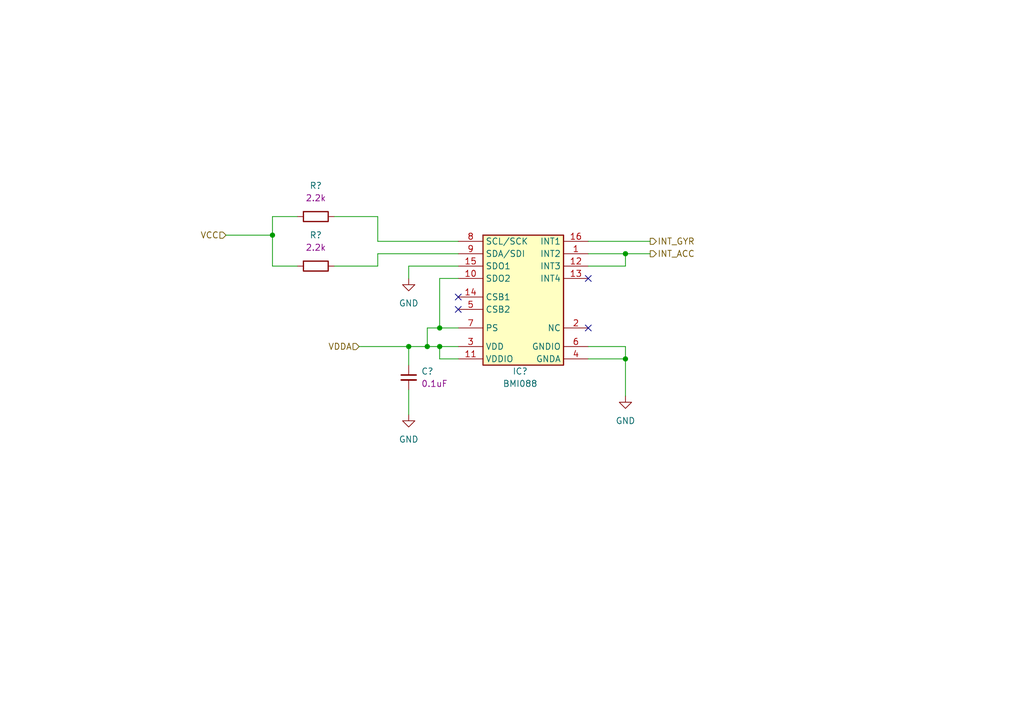
<source format=kicad_sch>
(kicad_sch (version 20230121) (generator eeschema)

  (uuid 9f9bc92e-cf53-4f53-908e-5e5e32dd6b29)

  (paper "A5")

  (title_block
    (title "Inertial measurement unit")
  )

  (lib_symbols
    (symbol "PCM_4ms_Capacitor:100nF_0603_16V" (pin_numbers hide) (pin_names (offset 0.254) hide) (in_bom yes) (on_board yes)
      (property "Reference" "C" (at 1.905 1.27 0)
        (effects (font (size 1.27 1.27)) (justify left))
      )
      (property "Value" "100nF_0603_16V" (at 0 3.81 0)
        (effects (font (size 1.27 1.27)) hide)
      )
      (property "Footprint" "4ms_Capacitor:C_0603" (at -2.54 -5.08 0)
        (effects (font (size 1.27 1.27)) (justify left) hide)
      )
      (property "Datasheet" "" (at 0 0 0)
        (effects (font (size 1.27 1.27)) hide)
      )
      (property "Specifications" "0.1uF, Min. 16V 10%, X7R or X5R or similar" (at -2.54 -7.874 0)
        (effects (font (size 1.27 1.27)) (justify left) hide)
      )
      (property "Manufacturer" "AVX Corporation" (at -2.54 -9.398 0)
        (effects (font (size 1.27 1.27)) (justify left) hide)
      )
      (property "Part Number" "0603YC104KAT2A" (at -2.54 -10.922 0)
        (effects (font (size 1.27 1.27)) (justify left) hide)
      )
      (property "Display" "0.1uF" (at 1.905 -1.27 0)
        (effects (font (size 1.27 1.27)) (justify left))
      )
      (property "JLCPCB ID" "C14663" (at 1.27 -12.7 0)
        (effects (font (size 1.27 1.27)) hide)
      )
      (property "ki_keywords" "100nF_0603_16V" (at 0 0 0)
        (effects (font (size 1.27 1.27)) hide)
      )
      (property "ki_description" "0.1uF, Min. 16V 10%, X7R or X5R or similar" (at 0 0 0)
        (effects (font (size 1.27 1.27)) hide)
      )
      (property "ki_fp_filters" "C_*" (at 0 0 0)
        (effects (font (size 1.27 1.27)) hide)
      )
      (symbol "100nF_0603_16V_0_1"
        (polyline
          (pts
            (xy -1.524 -0.508)
            (xy 1.524 -0.508)
          )
          (stroke (width 0.3302) (type default))
          (fill (type none))
        )
        (polyline
          (pts
            (xy -1.524 0.508)
            (xy 1.524 0.508)
          )
          (stroke (width 0.3048) (type default))
          (fill (type none))
        )
      )
      (symbol "100nF_0603_16V_1_1"
        (pin passive line (at 0 2.54 270) (length 2.032)
          (name "~" (effects (font (size 1.27 1.27))))
          (number "1" (effects (font (size 1.27 1.27))))
        )
        (pin passive line (at 0 -2.54 90) (length 2.032)
          (name "~" (effects (font (size 1.27 1.27))))
          (number "2" (effects (font (size 1.27 1.27))))
        )
      )
    )
    (symbol "PCM_4ms_Power-symbol:GND" (power) (pin_names (offset 0)) (in_bom yes) (on_board yes)
      (property "Reference" "#PWR" (at 0 -6.35 0)
        (effects (font (size 1.27 1.27)) hide)
      )
      (property "Value" "GND" (at 0 -3.81 0)
        (effects (font (size 1.27 1.27)))
      )
      (property "Footprint" "" (at 0 0 0)
        (effects (font (size 1.27 1.27)) hide)
      )
      (property "Datasheet" "" (at 0 0 0)
        (effects (font (size 1.27 1.27)) hide)
      )
      (symbol "GND_0_1"
        (polyline
          (pts
            (xy 0 0)
            (xy 0 -1.27)
            (xy 1.27 -1.27)
            (xy 0 -2.54)
            (xy -1.27 -1.27)
            (xy 0 -1.27)
          )
          (stroke (width 0) (type default))
          (fill (type none))
        )
      )
      (symbol "GND_1_1"
        (pin power_in line (at 0 0 270) (length 0) hide
          (name "GND" (effects (font (size 1.27 1.27))))
          (number "1" (effects (font (size 1.27 1.27))))
        )
      )
    )
    (symbol "PCM_4ms_Resistor:2.2k_0603" (pin_numbers hide) (pin_names (offset 0)) (in_bom yes) (on_board yes)
      (property "Reference" "R" (at 2.032 0 90)
        (effects (font (size 1.27 1.27)))
      )
      (property "Value" "2.2k_0603" (at -2.54 0 90)
        (effects (font (size 1.27 1.27)) hide)
      )
      (property "Footprint" "4ms_Resistor:R_0603" (at -2.54 -12.7 0)
        (effects (font (size 1.27 1.27)) (justify left) hide)
      )
      (property "Datasheet" "" (at 0 0 0)
        (effects (font (size 1.27 1.27)) hide)
      )
      (property "Specifications" "2.2k, 1%, 1/10W, 0603" (at -2.54 -7.874 0)
        (effects (font (size 1.27 1.27)) (justify left) hide)
      )
      (property "Manufacturer" "Yageo" (at -2.54 -9.398 0)
        (effects (font (size 1.27 1.27)) (justify left) hide)
      )
      (property "Part Number" "RC0603FR-072K2L" (at -2.54 -10.922 0)
        (effects (font (size 1.27 1.27)) (justify left) hide)
      )
      (property "Display" "2.2k" (at 3.81 0 90)
        (effects (font (size 1.27 1.27)))
      )
      (property "JLCPCB ID" "C4190" (at 0 -13.97 0)
        (effects (font (size 1.27 1.27)) hide)
      )
      (property "ki_keywords" "2.2k_0603" (at 0 0 0)
        (effects (font (size 1.27 1.27)) hide)
      )
      (property "ki_description" "2.2k, 1%, 1/10W, 0603" (at 0 0 0)
        (effects (font (size 1.27 1.27)) hide)
      )
      (property "ki_fp_filters" "R_* R_*" (at 0 0 0)
        (effects (font (size 1.27 1.27)) hide)
      )
      (symbol "2.2k_0603_0_1"
        (rectangle (start -1.016 -2.54) (end 1.016 2.54)
          (stroke (width 0.254) (type default))
          (fill (type none))
        )
      )
      (symbol "2.2k_0603_1_1"
        (pin passive line (at 0 3.81 270) (length 1.27)
          (name "~" (effects (font (size 1.27 1.27))))
          (number "1" (effects (font (size 1.27 1.27))))
        )
        (pin passive line (at 0 -3.81 90) (length 1.27)
          (name "~" (effects (font (size 1.27 1.27))))
          (number "2" (effects (font (size 1.27 1.27))))
        )
      )
    )
    (symbol "SamacSys_Parts:BMI088" (in_bom yes) (on_board yes)
      (property "Reference" "IC1" (at 8.89 -16.51 0)
        (effects (font (size 1.27 1.27)))
      )
      (property "Value" "BMI088" (at 8.89 -19.05 0)
        (effects (font (size 1.27 1.27)))
      )
      (property "Footprint" "BMI088" (at 31.75 -84.76 0)
        (effects (font (size 1.27 1.27)) (justify left top) hide)
      )
      (property "Datasheet" "https://datasheet.datasheetarchive.com/originals/distributors/Datasheets_SAMA/994c3bf88e91a9e9fead6a819d348e4d.pdf" (at 31.75 -184.76 0)
        (effects (font (size 1.27 1.27)) (justify left top) hide)
      )
      (property "Height" "1.45" (at 31.75 -384.76 0)
        (effects (font (size 1.27 1.27)) (justify left top) hide)
      )
      (property "Mouser Part Number" "262-BMI088" (at 31.75 -484.76 0)
        (effects (font (size 1.27 1.27)) (justify left top) hide)
      )
      (property "Mouser Price/Stock" "https://www.mouser.co.uk/ProductDetail/Bosch-Sensortec/BMI088?qs=f9yNj16SXrIMFspTV6RB6Q%3D%3D" (at 31.75 -584.76 0)
        (effects (font (size 1.27 1.27)) (justify left top) hide)
      )
      (property "Manufacturer_Name" "BOSCH" (at 31.75 -684.76 0)
        (effects (font (size 1.27 1.27)) (justify left top) hide)
      )
      (property "Manufacturer_Part_Number" "BMI088" (at 31.75 -784.76 0)
        (effects (font (size 1.27 1.27)) (justify left top) hide)
      )
      (property "ki_description" "Inertial Measurement Unit Digital Output 2.5V/3.3V Automotive" (at 0 0 0)
        (effects (font (size 1.27 1.27)) hide)
      )
      (symbol "BMI088_1_1"
        (rectangle (start 1.27 11.43) (end 17.78 -15.24)
          (stroke (width 0.254) (type default))
          (fill (type background))
        )
        (pin passive line (at 22.86 7.62 180) (length 5.08)
          (name "INT2" (effects (font (size 1.27 1.27))))
          (number "1" (effects (font (size 1.27 1.27))))
        )
        (pin passive line (at -3.81 2.54 0) (length 5.08)
          (name "SDO2" (effects (font (size 1.27 1.27))))
          (number "10" (effects (font (size 1.27 1.27))))
        )
        (pin passive line (at -3.81 -13.97 0) (length 5.08)
          (name "VDDIO" (effects (font (size 1.27 1.27))))
          (number "11" (effects (font (size 1.27 1.27))))
        )
        (pin passive line (at 22.86 5.08 180) (length 5.08)
          (name "INT3" (effects (font (size 1.27 1.27))))
          (number "12" (effects (font (size 1.27 1.27))))
        )
        (pin passive line (at 22.86 2.54 180) (length 5.08)
          (name "INT4" (effects (font (size 1.27 1.27))))
          (number "13" (effects (font (size 1.27 1.27))))
        )
        (pin passive line (at -3.81 -1.27 0) (length 5.08)
          (name "CSB1" (effects (font (size 1.27 1.27))))
          (number "14" (effects (font (size 1.27 1.27))))
        )
        (pin passive line (at -3.81 5.08 0) (length 5.08)
          (name "SDO1" (effects (font (size 1.27 1.27))))
          (number "15" (effects (font (size 1.27 1.27))))
        )
        (pin passive line (at 22.86 10.16 180) (length 5.08)
          (name "INT1" (effects (font (size 1.27 1.27))))
          (number "16" (effects (font (size 1.27 1.27))))
        )
        (pin passive line (at 22.86 -7.62 180) (length 5.08)
          (name "NC" (effects (font (size 1.27 1.27))))
          (number "2" (effects (font (size 1.27 1.27))))
        )
        (pin passive line (at -3.81 -11.43 0) (length 5.08)
          (name "VDD" (effects (font (size 1.27 1.27))))
          (number "3" (effects (font (size 1.27 1.27))))
        )
        (pin passive line (at 22.86 -13.97 180) (length 5.08)
          (name "GNDA" (effects (font (size 1.27 1.27))))
          (number "4" (effects (font (size 1.27 1.27))))
        )
        (pin passive line (at -3.81 -3.81 0) (length 5.08)
          (name "CSB2" (effects (font (size 1.27 1.27))))
          (number "5" (effects (font (size 1.27 1.27))))
        )
        (pin passive line (at 22.86 -11.43 180) (length 5.08)
          (name "GNDIO" (effects (font (size 1.27 1.27))))
          (number "6" (effects (font (size 1.27 1.27))))
        )
        (pin passive line (at -3.81 -7.62 0) (length 5.08)
          (name "PS" (effects (font (size 1.27 1.27))))
          (number "7" (effects (font (size 1.27 1.27))))
        )
        (pin passive line (at -3.81 10.16 0) (length 5.08)
          (name "SCL/SCK" (effects (font (size 1.27 1.27))))
          (number "8" (effects (font (size 1.27 1.27))))
        )
        (pin passive line (at -3.81 7.62 0) (length 5.08)
          (name "SDA/SDI" (effects (font (size 1.27 1.27))))
          (number "9" (effects (font (size 1.27 1.27))))
        )
      )
    )
  )

  (junction (at 128.27 52.07) (diameter 0) (color 0 0 0 0)
    (uuid 3b69434f-87e6-48ea-9921-0ea9eaee455e)
  )
  (junction (at 90.17 67.31) (diameter 0) (color 0 0 0 0)
    (uuid 3e2e8725-5ddc-4917-9baf-17c5026bdcfd)
  )
  (junction (at 83.82 71.12) (diameter 0) (color 0 0 0 0)
    (uuid 641568c3-b374-4c98-af01-ac5def34f9c5)
  )
  (junction (at 55.88 48.26) (diameter 0) (color 0 0 0 0)
    (uuid 64e7e3a4-7a97-4fab-bde2-929368a634f7)
  )
  (junction (at 90.17 71.12) (diameter 0) (color 0 0 0 0)
    (uuid b0a03069-616f-4cc4-8f2e-54d6fd80f739)
  )
  (junction (at 87.63 71.12) (diameter 0) (color 0 0 0 0)
    (uuid d3d12971-7ba7-437f-b453-d848b35f35e7)
  )
  (junction (at 128.27 73.66) (diameter 0) (color 0 0 0 0)
    (uuid e6a4904e-f8e1-4a8c-95c7-131067070d42)
  )

  (no_connect (at 120.65 67.31) (uuid 10288206-6be2-4090-8e54-5a35897f08ed))
  (no_connect (at 93.98 63.5) (uuid 224e7f08-42fc-4164-9727-d14abb5708cb))
  (no_connect (at 93.98 60.96) (uuid 5dd1a6d9-6cb1-44fd-8ad3-63c2487c0c01))
  (no_connect (at 120.65 57.15) (uuid a5ed9391-e55d-4797-a498-0cbd63a1ea61))

  (wire (pts (xy 128.27 54.61) (xy 128.27 52.07))
    (stroke (width 0) (type default))
    (uuid 0a6ed8a6-d7ca-4146-9e0d-82cd35c5c050)
  )
  (wire (pts (xy 83.82 54.61) (xy 93.98 54.61))
    (stroke (width 0) (type default))
    (uuid 0e8dc0d6-1621-4ed4-a449-09010e7ffa72)
  )
  (wire (pts (xy 90.17 73.66) (xy 93.98 73.66))
    (stroke (width 0) (type default))
    (uuid 124ed743-4a9b-4710-8627-49b7ba7f7753)
  )
  (wire (pts (xy 55.88 54.61) (xy 60.96 54.61))
    (stroke (width 0) (type default))
    (uuid 189bc46b-9009-4b37-bbdc-b175c63d5e45)
  )
  (wire (pts (xy 83.82 80.01) (xy 83.82 85.09))
    (stroke (width 0) (type default))
    (uuid 1e3b9600-cb4a-482b-94d1-bc725ec21bfd)
  )
  (wire (pts (xy 90.17 71.12) (xy 90.17 73.66))
    (stroke (width 0) (type default))
    (uuid 1f650b09-a656-4e38-aea3-e9e7660ec520)
  )
  (wire (pts (xy 128.27 73.66) (xy 128.27 81.28))
    (stroke (width 0) (type default))
    (uuid 24143667-315c-418c-b665-2df0880a3de3)
  )
  (wire (pts (xy 90.17 57.15) (xy 93.98 57.15))
    (stroke (width 0) (type default))
    (uuid 24b6f77d-3527-4757-a9ec-b33aecfeb232)
  )
  (wire (pts (xy 77.47 52.07) (xy 93.98 52.07))
    (stroke (width 0) (type default))
    (uuid 2a85bbed-8691-463a-b834-289647547e6c)
  )
  (wire (pts (xy 55.88 48.26) (xy 55.88 54.61))
    (stroke (width 0) (type default))
    (uuid 2ef88538-f89e-46c4-b7c9-61ce50f8fc61)
  )
  (wire (pts (xy 128.27 71.12) (xy 128.27 73.66))
    (stroke (width 0) (type default))
    (uuid 34edcb76-e24c-430e-a676-9794b60a2696)
  )
  (wire (pts (xy 46.355 48.26) (xy 55.88 48.26))
    (stroke (width 0) (type default))
    (uuid 42064ea0-3869-46b4-9d2b-c8f058719876)
  )
  (wire (pts (xy 73.66 71.12) (xy 83.82 71.12))
    (stroke (width 0) (type default))
    (uuid 52ed9045-8f80-4845-a0e8-7d634e9b71b2)
  )
  (wire (pts (xy 90.17 67.31) (xy 93.98 67.31))
    (stroke (width 0) (type default))
    (uuid 5f0cc54b-159f-4042-a53e-9531042d60b0)
  )
  (wire (pts (xy 90.17 67.31) (xy 90.17 57.15))
    (stroke (width 0) (type default))
    (uuid 5f11fcf6-dc4f-40e2-aa96-fa05f8db6725)
  )
  (wire (pts (xy 68.58 54.61) (xy 77.47 54.61))
    (stroke (width 0) (type default))
    (uuid 6426f63e-ebc6-41c7-aae9-453adc043181)
  )
  (wire (pts (xy 128.27 52.07) (xy 133.35 52.07))
    (stroke (width 0) (type default))
    (uuid 64edffb7-7019-446b-887c-aa898e7d73b1)
  )
  (wire (pts (xy 55.88 44.45) (xy 60.96 44.45))
    (stroke (width 0) (type default))
    (uuid 679ecec5-fa0e-4ced-81b6-efb159d2b6b3)
  )
  (wire (pts (xy 83.82 71.12) (xy 83.82 74.93))
    (stroke (width 0) (type default))
    (uuid 692aff44-313d-47bb-aba7-b5d9e61e00b1)
  )
  (wire (pts (xy 77.47 49.53) (xy 77.47 44.45))
    (stroke (width 0) (type default))
    (uuid 7419e647-80d2-4f3b-80b2-1d5fac0f50e8)
  )
  (wire (pts (xy 120.65 54.61) (xy 128.27 54.61))
    (stroke (width 0) (type default))
    (uuid 756dab01-58b9-41ad-8ab5-8f3eaeacee41)
  )
  (wire (pts (xy 87.63 71.12) (xy 87.63 67.31))
    (stroke (width 0) (type default))
    (uuid 791b1fcd-4cec-4823-8cfe-1d846ac061ab)
  )
  (wire (pts (xy 120.65 71.12) (xy 128.27 71.12))
    (stroke (width 0) (type default))
    (uuid 806b2a76-2d20-417b-8531-503843a7ddf6)
  )
  (wire (pts (xy 83.82 54.61) (xy 83.82 57.15))
    (stroke (width 0) (type default))
    (uuid 84f8dee6-7ae3-4bdc-bd75-58572c0a9f05)
  )
  (wire (pts (xy 120.65 49.53) (xy 133.35 49.53))
    (stroke (width 0) (type default))
    (uuid 8f826e0b-01e5-4218-a1a9-7871fa83dbfe)
  )
  (wire (pts (xy 90.17 71.12) (xy 93.98 71.12))
    (stroke (width 0) (type default))
    (uuid 947b1397-4ffc-4f37-b620-866f3d7703ea)
  )
  (wire (pts (xy 87.63 67.31) (xy 90.17 67.31))
    (stroke (width 0) (type default))
    (uuid ca3285fb-5fb3-416a-a4d8-acee5d759d7f)
  )
  (wire (pts (xy 83.82 71.12) (xy 87.63 71.12))
    (stroke (width 0) (type default))
    (uuid d5a11ad6-86ab-40ab-81c1-5f237987d245)
  )
  (wire (pts (xy 120.65 73.66) (xy 128.27 73.66))
    (stroke (width 0) (type default))
    (uuid d5bad90a-82ee-46a7-8d85-876614080079)
  )
  (wire (pts (xy 77.47 54.61) (xy 77.47 52.07))
    (stroke (width 0) (type default))
    (uuid e8ba57e3-c9cd-4969-86c6-aaa374f56c21)
  )
  (wire (pts (xy 93.98 49.53) (xy 77.47 49.53))
    (stroke (width 0) (type default))
    (uuid f1a0d32c-7eab-46fb-aa35-ae5881ad914a)
  )
  (wire (pts (xy 87.63 71.12) (xy 90.17 71.12))
    (stroke (width 0) (type default))
    (uuid f2c8e70f-5cb1-4fa2-a52a-2e37b94c1f0a)
  )
  (wire (pts (xy 77.47 44.45) (xy 68.58 44.45))
    (stroke (width 0) (type default))
    (uuid f4e7033d-2ec7-4bbf-903d-e7cab210e131)
  )
  (wire (pts (xy 120.65 52.07) (xy 128.27 52.07))
    (stroke (width 0) (type default))
    (uuid f6060f19-4bf4-4751-8132-8db398dab04f)
  )
  (wire (pts (xy 55.88 48.26) (xy 55.88 44.45))
    (stroke (width 0) (type default))
    (uuid f7031248-e0bf-4d92-81ae-bb7760c9cedf)
  )

  (hierarchical_label "INT_ACC" (shape output) (at 133.35 52.07 0) (fields_autoplaced)
    (effects (font (size 1.27 1.27)) (justify left))
    (uuid 05a564b8-e783-4704-a8ee-5b7b67ab8383)
  )
  (hierarchical_label "INT_GYR" (shape output) (at 133.35 49.53 0) (fields_autoplaced)
    (effects (font (size 1.27 1.27)) (justify left))
    (uuid 3528fcc5-bbcd-48f1-a471-07f9a6f1c472)
  )
  (hierarchical_label "VDDA" (shape input) (at 73.66 71.12 180) (fields_autoplaced)
    (effects (font (size 1.27 1.27)) (justify right))
    (uuid 4e284157-36f2-4b9a-89bb-3fe11326f73e)
  )
  (hierarchical_label "VCC" (shape input) (at 46.355 48.26 180) (fields_autoplaced)
    (effects (font (size 1.27 1.27)) (justify right))
    (uuid cc10e001-8658-4f1a-b888-349c272ee42e)
  )

  (symbol (lib_id "PCM_4ms_Capacitor:100nF_0603_16V") (at 83.82 77.47 0) (unit 1)
    (in_bom yes) (on_board yes) (dnp no) (fields_autoplaced)
    (uuid 06da1f87-5c6a-44e5-b594-55d732f21780)
    (property "Reference" "C?" (at 86.36 76.2063 0)
      (effects (font (size 1.27 1.27)) (justify left))
    )
    (property "Value" "100nF_0603_16V" (at 83.82 73.66 0)
      (effects (font (size 1.27 1.27)) hide)
    )
    (property "Footprint" "Capacitor_SMD:C_0201_0603Metric" (at 81.28 82.55 0)
      (effects (font (size 1.27 1.27)) (justify left) hide)
    )
    (property "Datasheet" "" (at 83.82 77.47 0)
      (effects (font (size 1.27 1.27)) hide)
    )
    (property "Specifications" "0.1uF, Min. 16V 10%, X7R or X5R or similar" (at 81.28 85.344 0)
      (effects (font (size 1.27 1.27)) (justify left) hide)
    )
    (property "Manufacturer" "AVX Corporation" (at 81.28 86.868 0)
      (effects (font (size 1.27 1.27)) (justify left) hide)
    )
    (property "Part Number" "0603YC104KAT2A" (at 81.28 88.392 0)
      (effects (font (size 1.27 1.27)) (justify left) hide)
    )
    (property "Display" "0.1uF" (at 86.36 78.7463 0)
      (effects (font (size 1.27 1.27)) (justify left))
    )
    (property "JLCPCB ID" "C14663" (at 85.09 90.17 0)
      (effects (font (size 1.27 1.27)) hide)
    )
    (pin "1" (uuid b6630adc-43f9-4c26-b054-2abca3eb61b6))
    (pin "2" (uuid 5db9c0eb-c45e-4d1c-a8bd-6e2a69af7564))
    (instances
      (project "IMU"
        (path "/87dd8f57-b26d-490a-9364-62d842a05951"
          (reference "C?") (unit 1)
        )
      )
      (project "drone"
        (path "/a9d9e6e7-8403-4088-be51-8a69908fe001/dd672e0a-e58a-4876-8cc0-92f69c93a4a1"
          (reference "C1") (unit 1)
        )
      )
      (project "drone"
        (path "/d34d8324-c983-4098-8d7e-5c2fbd34794d/f15c5f25-9d1e-45fb-9072-66f0c0192516"
          (reference "C1") (unit 1)
        )
      )
    )
  )

  (symbol (lib_id "PCM_4ms_Power-symbol:GND") (at 128.27 81.28 0) (unit 1)
    (in_bom yes) (on_board yes) (dnp no) (fields_autoplaced)
    (uuid 7df4a9a0-b392-4505-8e34-c6edc2412cde)
    (property "Reference" "#PWR?" (at 128.27 87.63 0)
      (effects (font (size 1.27 1.27)) hide)
    )
    (property "Value" "GND" (at 128.27 86.36 0)
      (effects (font (size 1.27 1.27)))
    )
    (property "Footprint" "" (at 128.27 81.28 0)
      (effects (font (size 1.27 1.27)) hide)
    )
    (property "Datasheet" "" (at 128.27 81.28 0)
      (effects (font (size 1.27 1.27)) hide)
    )
    (pin "1" (uuid 739adb19-345c-4f15-8927-3b70172f24b7))
    (instances
      (project "IMU"
        (path "/87dd8f57-b26d-490a-9364-62d842a05951"
          (reference "#PWR?") (unit 1)
        )
      )
      (project "drone"
        (path "/a9d9e6e7-8403-4088-be51-8a69908fe001/dd672e0a-e58a-4876-8cc0-92f69c93a4a1"
          (reference "#PWR05") (unit 1)
        )
      )
      (project "drone"
        (path "/d34d8324-c983-4098-8d7e-5c2fbd34794d/f15c5f25-9d1e-45fb-9072-66f0c0192516"
          (reference "#PWR04") (unit 1)
        )
      )
    )
  )

  (symbol (lib_id "SamacSys_Parts:BMI088") (at 97.79 59.69 0) (unit 1)
    (in_bom yes) (on_board yes) (dnp no)
    (uuid 8af592b4-ec75-4bd3-bca1-92e3928ac8c2)
    (property "Reference" "IC?" (at 106.68 76.2 0)
      (effects (font (size 1.27 1.27)))
    )
    (property "Value" "BMI088" (at 106.68 78.74 0)
      (effects (font (size 1.27 1.27)))
    )
    (property "Footprint" "BMI088" (at 129.54 144.45 0)
      (effects (font (size 1.27 1.27)) (justify left top) hide)
    )
    (property "Datasheet" "https://datasheet.datasheetarchive.com/originals/distributors/Datasheets_SAMA/994c3bf88e91a9e9fead6a819d348e4d.pdf" (at 129.54 244.45 0)
      (effects (font (size 1.27 1.27)) (justify left top) hide)
    )
    (property "Height" "1.45" (at 129.54 444.45 0)
      (effects (font (size 1.27 1.27)) (justify left top) hide)
    )
    (property "Mouser Part Number" "262-BMI088" (at 129.54 544.45 0)
      (effects (font (size 1.27 1.27)) (justify left top) hide)
    )
    (property "Mouser Price/Stock" "https://www.mouser.co.uk/ProductDetail/Bosch-Sensortec/BMI088?qs=f9yNj16SXrIMFspTV6RB6Q%3D%3D" (at 129.54 644.45 0)
      (effects (font (size 1.27 1.27)) (justify left top) hide)
    )
    (property "Manufacturer_Name" "BOSCH" (at 129.54 744.45 0)
      (effects (font (size 1.27 1.27)) (justify left top) hide)
    )
    (property "Manufacturer_Part_Number" "BMI088" (at 129.54 844.45 0)
      (effects (font (size 1.27 1.27)) (justify left top) hide)
    )
    (pin "1" (uuid f13e5068-36be-465b-9d6d-80d50327d3f8))
    (pin "10" (uuid beefdf71-d46f-4d80-a7ce-f5ed69cf32ee))
    (pin "11" (uuid d96fc19d-df2b-4555-9452-473e326e6013))
    (pin "12" (uuid 2e67d65d-d016-4d08-8c86-eaef41c1a762))
    (pin "13" (uuid b1d8129e-de99-43b3-8c96-8ca377b99a29))
    (pin "14" (uuid e772b1dc-5583-46f2-b5b7-8af6e5c17225))
    (pin "15" (uuid 1bc8908f-6368-477f-a845-65a77fbd8e26))
    (pin "16" (uuid 35814761-26dd-44e3-bfbf-560a70006795))
    (pin "2" (uuid c7b72344-5cfe-40cb-abe2-27fd330ba566))
    (pin "3" (uuid 6bd395a5-903c-42e8-9f74-8a0f946f82b5))
    (pin "4" (uuid f52b1a53-623a-4934-8844-1dc53f7ec3f7))
    (pin "5" (uuid d207960b-4882-40ef-9fcd-0ca3f7efd901))
    (pin "6" (uuid 7d5025b7-8e43-4021-b91d-3c5fddefac96))
    (pin "7" (uuid 472f1a88-7b82-4a4d-b26f-a162ebacc98d))
    (pin "8" (uuid ca2b718b-bd40-4d4d-a91b-69f1b6481fc6))
    (pin "9" (uuid 9303621b-6623-49f2-a3a7-5eb75625d5fc))
    (instances
      (project "IMU"
        (path "/87dd8f57-b26d-490a-9364-62d842a05951"
          (reference "IC?") (unit 1)
        )
      )
      (project "drone"
        (path "/a9d9e6e7-8403-4088-be51-8a69908fe001/dd672e0a-e58a-4876-8cc0-92f69c93a4a1"
          (reference "IC1") (unit 1)
        )
      )
      (project "drone"
        (path "/d34d8324-c983-4098-8d7e-5c2fbd34794d/f15c5f25-9d1e-45fb-9072-66f0c0192516"
          (reference "IC1") (unit 1)
        )
      )
    )
  )

  (symbol (lib_id "PCM_4ms_Resistor:2.2k_0603") (at 64.77 54.61 90) (unit 1)
    (in_bom yes) (on_board yes) (dnp no) (fields_autoplaced)
    (uuid 8e346285-ccff-4acb-b9e2-a28a104c4363)
    (property "Reference" "R?" (at 64.77 48.26 90)
      (effects (font (size 1.27 1.27)))
    )
    (property "Value" "2.2k_0603" (at 64.77 57.15 90)
      (effects (font (size 1.27 1.27)) hide)
    )
    (property "Footprint" "4ms_Resistor:R_0603" (at 77.47 57.15 0)
      (effects (font (size 1.27 1.27)) (justify left) hide)
    )
    (property "Datasheet" "" (at 64.77 54.61 0)
      (effects (font (size 1.27 1.27)) hide)
    )
    (property "Specifications" "2.2k, 1%, 1/10W, 0603" (at 72.644 57.15 0)
      (effects (font (size 1.27 1.27)) (justify left) hide)
    )
    (property "Manufacturer" "Yageo" (at 74.168 57.15 0)
      (effects (font (size 1.27 1.27)) (justify left) hide)
    )
    (property "Part Number" "RC0603FR-072K2L" (at 75.692 57.15 0)
      (effects (font (size 1.27 1.27)) (justify left) hide)
    )
    (property "Display" "2.2k" (at 64.77 50.8 90)
      (effects (font (size 1.27 1.27)))
    )
    (property "JLCPCB ID" "C4190" (at 78.74 54.61 0)
      (effects (font (size 1.27 1.27)) hide)
    )
    (pin "1" (uuid 1be1d65b-2092-40c6-84bb-88ace76db7cd))
    (pin "2" (uuid 2e93ecea-d1d6-407f-aa2d-c76af151bb08))
    (instances
      (project "IMU"
        (path "/87dd8f57-b26d-490a-9364-62d842a05951"
          (reference "R?") (unit 1)
        )
      )
      (project "drone"
        (path "/a9d9e6e7-8403-4088-be51-8a69908fe001/dd672e0a-e58a-4876-8cc0-92f69c93a4a1"
          (reference "R2") (unit 1)
        )
      )
      (project "drone"
        (path "/d34d8324-c983-4098-8d7e-5c2fbd34794d/f15c5f25-9d1e-45fb-9072-66f0c0192516"
          (reference "R2") (unit 1)
        )
      )
    )
  )

  (symbol (lib_id "PCM_4ms_Power-symbol:GND") (at 83.82 57.15 0) (unit 1)
    (in_bom yes) (on_board yes) (dnp no) (fields_autoplaced)
    (uuid c1d56345-5eec-4bba-9776-039bff1071a3)
    (property "Reference" "#PWR?" (at 83.82 63.5 0)
      (effects (font (size 1.27 1.27)) hide)
    )
    (property "Value" "GND" (at 83.82 62.23 0)
      (effects (font (size 1.27 1.27)))
    )
    (property "Footprint" "" (at 83.82 57.15 0)
      (effects (font (size 1.27 1.27)) hide)
    )
    (property "Datasheet" "" (at 83.82 57.15 0)
      (effects (font (size 1.27 1.27)) hide)
    )
    (pin "1" (uuid e907fa6e-a4f6-4ab9-91c9-7ea2dce2ea1a))
    (instances
      (project "IMU"
        (path "/87dd8f57-b26d-490a-9364-62d842a05951"
          (reference "#PWR?") (unit 1)
        )
      )
      (project "drone"
        (path "/a9d9e6e7-8403-4088-be51-8a69908fe001/dd672e0a-e58a-4876-8cc0-92f69c93a4a1"
          (reference "#PWR03") (unit 1)
        )
      )
      (project "drone"
        (path "/d34d8324-c983-4098-8d7e-5c2fbd34794d/f15c5f25-9d1e-45fb-9072-66f0c0192516"
          (reference "#PWR02") (unit 1)
        )
      )
    )
  )

  (symbol (lib_id "PCM_4ms_Resistor:2.2k_0603") (at 64.77 44.45 90) (unit 1)
    (in_bom yes) (on_board yes) (dnp no) (fields_autoplaced)
    (uuid dc105924-e4d1-42c8-9c60-5deff0b1dc20)
    (property "Reference" "R?" (at 64.77 38.1 90)
      (effects (font (size 1.27 1.27)))
    )
    (property "Value" "2.2k_0603" (at 64.77 46.99 90)
      (effects (font (size 1.27 1.27)) hide)
    )
    (property "Footprint" "OptoDevice:R_LDR_4.9x4.2mm_P2.54mm_Vertical" (at 77.47 46.99 0)
      (effects (font (size 1.27 1.27)) (justify left) hide)
    )
    (property "Datasheet" "" (at 64.77 44.45 0)
      (effects (font (size 1.27 1.27)) hide)
    )
    (property "Specifications" "2.2k, 1%, 1/10W, 0603" (at 72.644 46.99 0)
      (effects (font (size 1.27 1.27)) (justify left) hide)
    )
    (property "Manufacturer" "Yageo" (at 74.168 46.99 0)
      (effects (font (size 1.27 1.27)) (justify left) hide)
    )
    (property "Part Number" "RC0603FR-072K2L" (at 75.692 46.99 0)
      (effects (font (size 1.27 1.27)) (justify left) hide)
    )
    (property "Display" "2.2k" (at 64.77 40.64 90)
      (effects (font (size 1.27 1.27)))
    )
    (property "JLCPCB ID" "C4190" (at 78.74 44.45 0)
      (effects (font (size 1.27 1.27)) hide)
    )
    (pin "1" (uuid 9c773879-9958-41f9-9e41-311d325df1a0))
    (pin "2" (uuid 4be01ba4-b085-4a6f-b1f4-266573f9024b))
    (instances
      (project "IMU"
        (path "/87dd8f57-b26d-490a-9364-62d842a05951"
          (reference "R?") (unit 1)
        )
      )
      (project "drone"
        (path "/a9d9e6e7-8403-4088-be51-8a69908fe001/dd672e0a-e58a-4876-8cc0-92f69c93a4a1"
          (reference "R1") (unit 1)
        )
      )
      (project "drone"
        (path "/d34d8324-c983-4098-8d7e-5c2fbd34794d/f15c5f25-9d1e-45fb-9072-66f0c0192516"
          (reference "R1") (unit 1)
        )
      )
    )
  )

  (symbol (lib_id "PCM_4ms_Power-symbol:GND") (at 83.82 85.09 0) (unit 1)
    (in_bom yes) (on_board yes) (dnp no) (fields_autoplaced)
    (uuid e60247a3-a7a7-4e7f-a2d4-2efb98bc9ff8)
    (property "Reference" "#PWR?" (at 83.82 91.44 0)
      (effects (font (size 1.27 1.27)) hide)
    )
    (property "Value" "GND" (at 83.82 90.17 0)
      (effects (font (size 1.27 1.27)))
    )
    (property "Footprint" "" (at 83.82 85.09 0)
      (effects (font (size 1.27 1.27)) hide)
    )
    (property "Datasheet" "" (at 83.82 85.09 0)
      (effects (font (size 1.27 1.27)) hide)
    )
    (pin "1" (uuid 8e4a1d7c-6853-4480-9f5c-56740e3faccc))
    (instances
      (project "IMU"
        (path "/87dd8f57-b26d-490a-9364-62d842a05951"
          (reference "#PWR?") (unit 1)
        )
      )
      (project "drone"
        (path "/a9d9e6e7-8403-4088-be51-8a69908fe001/dd672e0a-e58a-4876-8cc0-92f69c93a4a1"
          (reference "#PWR04") (unit 1)
        )
      )
      (project "drone"
        (path "/d34d8324-c983-4098-8d7e-5c2fbd34794d/f15c5f25-9d1e-45fb-9072-66f0c0192516"
          (reference "#PWR05") (unit 1)
        )
      )
    )
  )
)

</source>
